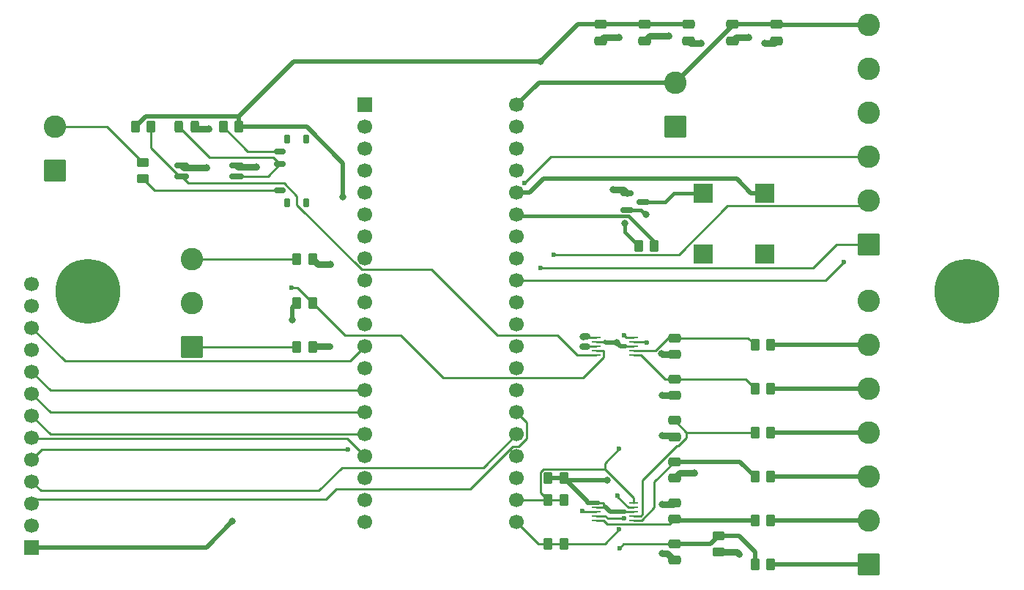
<source format=gbr>
%TF.GenerationSoftware,KiCad,Pcbnew,9.0.7*%
%TF.CreationDate,2026-02-19T13:23:01-05:00*%
%TF.ProjectId,low volt board - NL  S-3C-v2,6c6f7720-766f-46c7-9420-626f61726420,rev?*%
%TF.SameCoordinates,Original*%
%TF.FileFunction,Copper,L1,Top*%
%TF.FilePolarity,Positive*%
%FSLAX46Y46*%
G04 Gerber Fmt 4.6, Leading zero omitted, Abs format (unit mm)*
G04 Created by KiCad (PCBNEW 9.0.7) date 2026-02-19 13:23:01*
%MOMM*%
%LPD*%
G01*
G04 APERTURE LIST*
G04 Aperture macros list*
%AMRoundRect*
0 Rectangle with rounded corners*
0 $1 Rounding radius*
0 $2 $3 $4 $5 $6 $7 $8 $9 X,Y pos of 4 corners*
0 Add a 4 corners polygon primitive as box body*
4,1,4,$2,$3,$4,$5,$6,$7,$8,$9,$2,$3,0*
0 Add four circle primitives for the rounded corners*
1,1,$1+$1,$2,$3*
1,1,$1+$1,$4,$5*
1,1,$1+$1,$6,$7*
1,1,$1+$1,$8,$9*
0 Add four rect primitives between the rounded corners*
20,1,$1+$1,$2,$3,$4,$5,0*
20,1,$1+$1,$4,$5,$6,$7,0*
20,1,$1+$1,$6,$7,$8,$9,0*
20,1,$1+$1,$8,$9,$2,$3,0*%
G04 Aperture macros list end*
%TA.AperFunction,ComponentPad*%
%ADD10RoundRect,0.250000X1.050000X-1.050000X1.050000X1.050000X-1.050000X1.050000X-1.050000X-1.050000X0*%
%TD*%
%TA.AperFunction,ComponentPad*%
%ADD11C,2.600000*%
%TD*%
%TA.AperFunction,SMDPad,CuDef*%
%ADD12RoundRect,0.250000X-0.262500X-0.450000X0.262500X-0.450000X0.262500X0.450000X-0.262500X0.450000X0*%
%TD*%
%TA.AperFunction,ComponentPad*%
%ADD13C,7.500000*%
%TD*%
%TA.AperFunction,SMDPad,CuDef*%
%ADD14R,1.100000X0.250000*%
%TD*%
%TA.AperFunction,SMDPad,CuDef*%
%ADD15RoundRect,0.250000X0.262500X0.450000X-0.262500X0.450000X-0.262500X-0.450000X0.262500X-0.450000X0*%
%TD*%
%TA.AperFunction,SMDPad,CuDef*%
%ADD16RoundRect,0.243750X0.243750X0.456250X-0.243750X0.456250X-0.243750X-0.456250X0.243750X-0.456250X0*%
%TD*%
%TA.AperFunction,SMDPad,CuDef*%
%ADD17RoundRect,0.250000X-0.475000X0.250000X-0.475000X-0.250000X0.475000X-0.250000X0.475000X0.250000X0*%
%TD*%
%TA.AperFunction,SMDPad,CuDef*%
%ADD18RoundRect,0.150000X-0.587500X-0.150000X0.587500X-0.150000X0.587500X0.150000X-0.587500X0.150000X0*%
%TD*%
%TA.AperFunction,SMDPad,CuDef*%
%ADD19RoundRect,0.250000X0.475000X-0.250000X0.475000X0.250000X-0.475000X0.250000X-0.475000X-0.250000X0*%
%TD*%
%TA.AperFunction,SMDPad,CuDef*%
%ADD20RoundRect,0.250000X0.450000X-0.262500X0.450000X0.262500X-0.450000X0.262500X-0.450000X-0.262500X0*%
%TD*%
%TA.AperFunction,SMDPad,CuDef*%
%ADD21RoundRect,0.150000X0.500000X-0.150000X0.500000X0.150000X-0.500000X0.150000X-0.500000X-0.150000X0*%
%TD*%
%TA.AperFunction,SMDPad,CuDef*%
%ADD22RoundRect,0.175000X0.175000X-0.350000X0.175000X0.350000X-0.175000X0.350000X-0.175000X-0.350000X0*%
%TD*%
%TA.AperFunction,SMDPad,CuDef*%
%ADD23RoundRect,0.150000X0.662500X0.150000X-0.662500X0.150000X-0.662500X-0.150000X0.662500X-0.150000X0*%
%TD*%
%TA.AperFunction,SMDPad,CuDef*%
%ADD24RoundRect,0.250000X-0.450000X0.262500X-0.450000X-0.262500X0.450000X-0.262500X0.450000X0.262500X0*%
%TD*%
%TA.AperFunction,ComponentPad*%
%ADD25R,1.700000X1.700000*%
%TD*%
%TA.AperFunction,ComponentPad*%
%ADD26C,1.700000*%
%TD*%
%TA.AperFunction,SMDPad,CuDef*%
%ADD27R,2.300000X2.300000*%
%TD*%
%TA.AperFunction,ViaPad*%
%ADD28C,0.600000*%
%TD*%
%TA.AperFunction,ViaPad*%
%ADD29C,0.800000*%
%TD*%
%TA.AperFunction,Conductor*%
%ADD30C,0.750000*%
%TD*%
%TA.AperFunction,Conductor*%
%ADD31C,0.250000*%
%TD*%
%TA.AperFunction,Conductor*%
%ADD32C,0.400000*%
%TD*%
%TA.AperFunction,Conductor*%
%ADD33C,0.500000*%
%TD*%
%TA.AperFunction,Conductor*%
%ADD34C,0.249800*%
%TD*%
G04 APERTURE END LIST*
D10*
%TO.P,J6,1,GND*%
%TO.N,GND*%
X60960000Y-58420000D03*
D11*
%TO.P,J6,2,IO1*%
%TO.N,/Opto In*%
X60960000Y-53340000D03*
%TD*%
D12*
%TO.P,R2-Throw-A1,1*%
%TO.N,/Rnet1*%
X88895000Y-78830000D03*
%TO.P,R2-Throw-A1,2*%
%TO.N,GND*%
X90720000Y-78830000D03*
%TD*%
D13*
%TO.P,H1,1*%
%TO.N,N/C*%
X64770000Y-72390000D03*
%TD*%
D14*
%TO.P,U1,1,ADDR*%
%TO.N,GND*%
X123500000Y-77726000D03*
%TO.P,U1,2,ALERT/RDY*%
%TO.N,+3.3V*%
X123500000Y-78226000D03*
%TO.P,U1,3,GND*%
%TO.N,GND*%
X123500000Y-78726000D03*
%TO.P,U1,4,AIN0*%
%TO.N,/A1-0*%
X123500000Y-79226000D03*
%TO.P,U1,5,AIN1*%
%TO.N,/A1-1*%
X123500000Y-79726000D03*
%TO.P,U1,6,AIN2*%
%TO.N,/A1-2*%
X127800000Y-79726000D03*
%TO.P,U1,7,AIN3*%
%TO.N,/A1-3*%
X127800000Y-79226000D03*
%TO.P,U1,8,VDD*%
%TO.N,+3.3V*%
X127800000Y-78726000D03*
%TO.P,U1,9,SDA*%
%TO.N,/SDA*%
X127800000Y-78226000D03*
%TO.P,U1,10,SCL*%
%TO.N,/SCL*%
X127800000Y-77726000D03*
%TD*%
D15*
%TO.P,R1-Buzzer1,1*%
%TO.N,/Buzer-IO21*%
X130202500Y-67090000D03*
%TO.P,R1-Buzzer1,2*%
%TO.N,/Buzzer-2*%
X128377500Y-67090000D03*
%TD*%
D12*
%TO.P,R5,1*%
%TO.N,+3.3V*%
X117935000Y-93966000D03*
%TO.P,R5,2*%
X119760000Y-93966000D03*
%TD*%
D16*
%TO.P,D1-Opto1,1,K*%
%TO.N,GND*%
X77137500Y-53340000D03*
%TO.P,D1-Opto1,2,A*%
%TO.N,Net-(D1-Opto1-A)*%
X75262500Y-53340000D03*
%TD*%
D12*
%TO.P,R3-ThrowB1,1*%
%TO.N,/Rnet2*%
X88895000Y-68670000D03*
%TO.P,R3-ThrowB1,2*%
%TO.N,GND*%
X90720000Y-68670000D03*
%TD*%
%TO.P,R18-A1-2,1*%
%TO.N,/A1-2*%
X141860000Y-83656000D03*
%TO.P,R18-A1-2,2*%
%TO.N,/A1-2-E*%
X143685000Y-83656000D03*
%TD*%
D15*
%TO.P,R9-A2-2,1*%
%TO.N,/A2-2-E*%
X143685000Y-93816000D03*
%TO.P,R9-A2-2,2*%
%TO.N,/A2-2*%
X141860000Y-93816000D03*
%TD*%
D10*
%TO.P,J4,1,Throw_A*%
%TO.N,/Rnet1*%
X76750000Y-78830000D03*
D11*
%TO.P,J4,2,Common*%
%TO.N,/A1-0*%
X76750000Y-73750000D03*
%TO.P,J4,3,Throw_B*%
%TO.N,/Rnet2*%
X76750000Y-68670000D03*
%TD*%
D17*
%TO.P,C4-3v1,1*%
%TO.N,+3.3V*%
X129090000Y-41500000D03*
%TO.P,C4-3v1,2*%
%TO.N,GND*%
X129090000Y-43400000D03*
%TD*%
D15*
%TO.P,R8-A2-1,1*%
%TO.N,/A2-1-E*%
X143685000Y-98896000D03*
%TO.P,R8-A2-1,2*%
%TO.N,/A2-1*%
X141860000Y-98896000D03*
%TD*%
D18*
%TO.P,Q1-Buzzer1,1,E*%
%TO.N,GND*%
X127082500Y-61060000D03*
%TO.P,Q1-Buzzer1,2,B*%
%TO.N,/Buzzer-2*%
X127082500Y-62960000D03*
%TO.P,Q1-Buzzer1,3,C*%
%TO.N,/Buzzer-3*%
X128957500Y-62010000D03*
%TD*%
D12*
%TO.P,R7-SDA1,1*%
%TO.N,/SDA*%
X117935000Y-101586000D03*
%TO.P,R7-SDA1,2*%
X119760000Y-101586000D03*
%TD*%
D19*
%TO.P,C2,1*%
%TO.N,GND*%
X132520000Y-93962000D03*
%TO.P,C2,2*%
%TO.N,/A2-2*%
X132520000Y-92062000D03*
%TD*%
D20*
%TO.P,R15-Purple1,1*%
%TO.N,GND*%
X137600000Y-102498500D03*
%TO.P,R15-Purple1,2*%
%TO.N,/A2-0*%
X137600000Y-100673500D03*
%TD*%
D17*
%TO.P,C2-5v1,1*%
%TO.N,+5V*%
X144330000Y-41500000D03*
%TO.P,C2-5v1,2*%
%TO.N,GND*%
X144330000Y-43400000D03*
%TD*%
D10*
%TO.P,J8,1,Pin_1*%
%TO.N,GND*%
X132672500Y-53295000D03*
D11*
%TO.P,J8,2,Pin_2*%
%TO.N,+5V*%
X132672500Y-48215000D03*
%TD*%
D21*
%TO.P,SW1,1,A*%
%TO.N,Net-(SW1-A)*%
X86950000Y-60670000D03*
%TO.P,SW1,2,B*%
%TO.N,Net-(D1-Opto1-A)*%
X86950000Y-57670000D03*
%TO.P,SW1,3,C*%
%TO.N,Net-(SW1-C)*%
X86950000Y-56170000D03*
D22*
%TO.P,SW1,SH*%
%TO.N,N/C*%
X87800000Y-62095000D03*
X90000000Y-62095000D03*
X87800000Y-54745000D03*
X90000000Y-54745000D03*
%TD*%
D19*
%TO.P,C3,1*%
%TO.N,GND*%
X132520000Y-89200000D03*
%TO.P,C3,2*%
%TO.N,/A2-3*%
X132520000Y-87300000D03*
%TD*%
D10*
%TO.P,J5,1,A2-0*%
%TO.N,/A2-0-E*%
X155000000Y-103995000D03*
D11*
%TO.P,J5,2,A2-1*%
%TO.N,/A2-1-E*%
X155000000Y-98915000D03*
%TO.P,J5,3,A2-2*%
%TO.N,/A2-2-E*%
X155000000Y-93835000D03*
%TO.P,J5,4,A2-3*%
%TO.N,/A2-3-E*%
X155000000Y-88755000D03*
%TO.P,J5,5,A1-2*%
%TO.N,/A1-2-E*%
X155000000Y-83675000D03*
%TO.P,J5,6,A1-3*%
%TO.N,/A1-3-E*%
X155000000Y-78595000D03*
%TO.P,J5,7,GND*%
%TO.N,GND*%
X155000000Y-73515000D03*
%TD*%
D19*
%TO.P,C6,1*%
%TO.N,GND*%
X132520000Y-103486000D03*
%TO.P,C6,2*%
%TO.N,/A2-0*%
X132520000Y-101586000D03*
%TD*%
D17*
%TO.P,C5-3v1,1*%
%TO.N,+3.3V*%
X134170000Y-41500000D03*
%TO.P,C5-3v1,2*%
%TO.N,GND*%
X134170000Y-43400000D03*
%TD*%
%TO.P,C3-3v1,1*%
%TO.N,+3.3V*%
X124010000Y-41500000D03*
%TO.P,C3-3v1,2*%
%TO.N,GND*%
X124010000Y-43400000D03*
%TD*%
D23*
%TO.P,U3-Opto1,1*%
%TO.N,Net-(D1-Opto1-A)*%
X81927500Y-59055000D03*
%TO.P,U3-Opto1,2*%
%TO.N,GND*%
X81927500Y-57785000D03*
%TO.P,U3-Opto1,3*%
X75552500Y-57785000D03*
%TO.P,U3-Opto1,4*%
%TO.N,/A1-1*%
X75552500Y-59055000D03*
%TD*%
D24*
%TO.P,R13-Opto-GND1,1*%
%TO.N,/Opto In*%
X71120000Y-57515000D03*
%TO.P,R13-Opto-GND1,2*%
%TO.N,Net-(SW1-A)*%
X71120000Y-59340000D03*
%TD*%
D25*
%TO.P,J1,1,GPIO20_(D_P)*%
%TO.N,unconnected-(J1-GPIO20_(D_P)-Pad1)*%
X96760000Y-50800000D03*
D26*
%TO.P,J1,2,GPIO19_(D_N)*%
%TO.N,unconnected-(J1-GPIO19_(D_N)-Pad2)*%
X96760000Y-53340000D03*
%TO.P,J1,3,GND*%
%TO.N,GND*%
X96760000Y-55880000D03*
%TO.P,J1,4,GPIO48*%
%TO.N,/IO48*%
X96760000Y-58420000D03*
%TO.P,J1,5,GPIO47*%
%TO.N,unconnected-(J1-GPIO47-Pad5)*%
X96760000Y-60960000D03*
%TO.P,J1,6,GPIO46*%
%TO.N,unconnected-(J1-GPIO46-Pad6)*%
X96760000Y-63500000D03*
%TO.P,J1,7,GPIO45*%
%TO.N,unconnected-(J1-GPIO45-Pad7)*%
X96760000Y-66040000D03*
%TO.P,J1,8,GND*%
%TO.N,GND*%
X96760000Y-68580000D03*
%TO.P,J1,9,GPIO42*%
%TO.N,unconnected-(J1-GPIO42-Pad9)*%
X96760000Y-71120000D03*
%TO.P,J1,10,GPIO41*%
%TO.N,+3.3V*%
X96760000Y-73660000D03*
%TO.P,J1,11,GPIO40*%
%TO.N,unconnected-(J1-GPIO40-Pad11)*%
X96760000Y-76200000D03*
%TO.P,J1,12,GPIO39*%
%TO.N,/IO39*%
X96760000Y-78740000D03*
%TO.P,J1,13,GND*%
%TO.N,GND*%
X96760000Y-81280000D03*
%TO.P,J1,14,GPIO38*%
%TO.N,/IO38 (SDO)*%
X96760000Y-83820000D03*
%TO.P,J1,15,GPIO37*%
%TO.N,/IO37*%
X96760000Y-86360000D03*
%TO.P,J1,16,GPIO36*%
%TO.N,/IO36*%
X96760000Y-88900000D03*
%TO.P,J1,17,GPIO35*%
%TO.N,/IO35*%
X96760000Y-91440000D03*
%TO.P,J1,18,GND*%
%TO.N,GND*%
X96760000Y-93980000D03*
%TO.P,J1,19,GPIO34*%
%TO.N,unconnected-(J1-GPIO34-Pad19)*%
X96760000Y-96520000D03*
%TO.P,J1,20,GPIO33*%
%TO.N,unconnected-(J1-GPIO33-Pad20)*%
X96760000Y-99060000D03*
%TO.P,J1,21,GPIO43_(UART0_TX)*%
%TO.N,/SDA*%
X114300000Y-99060000D03*
%TO.P,J1,22,GPIO44_(UART0_RX)*%
%TO.N,/SCL*%
X114300000Y-96520000D03*
%TO.P,J1,23,GND*%
%TO.N,GND*%
X114300000Y-93980000D03*
%TO.P,J1,24,GPIO0*%
%TO.N,unconnected-(J1-GPIO0-Pad24)*%
X114300000Y-91440000D03*
%TO.P,J1,25,GPIO1*%
%TO.N,/IO1*%
X114300000Y-88900000D03*
%TO.P,J1,26,GPIO2*%
%TO.N,/IO2*%
X114300000Y-86360000D03*
%TO.P,J1,27,GPIO3*%
%TO.N,/IO3*%
X114300000Y-83820000D03*
%TO.P,J1,28,GND*%
%TO.N,unconnected-(J1-GND-Pad28)*%
X114300000Y-81280000D03*
%TO.P,J1,29,GPIO15*%
%TO.N,/IO15*%
X114300000Y-78740000D03*
%TO.P,J1,30,CHIP_UP*%
%TO.N,GND*%
X114300000Y-76200000D03*
%TO.P,J1,31,GPIO18*%
%TO.N,/IO18*%
X114300000Y-73660000D03*
%TO.P,J1,32,GPIO16*%
%TO.N,/IO16*%
X114300000Y-71120000D03*
%TO.P,J1,33,GND*%
%TO.N,GND*%
X114300000Y-68580000D03*
%TO.P,J1,34,GPIO17*%
%TO.N,unconnected-(J1-GPIO17-Pad34)*%
X114300000Y-66040000D03*
%TO.P,J1,35,GPIO21*%
%TO.N,/Buzer-IO21*%
X114300000Y-63500000D03*
%TO.P,J1,36,3V3*%
%TO.N,+3.3V*%
X114300000Y-60960000D03*
%TO.P,J1,37,3V3_EN*%
%TO.N,unconnected-(J1-3V3_EN-Pad37)*%
X114300000Y-58420000D03*
%TO.P,J1,38,GND*%
%TO.N,GND*%
X114300000Y-55880000D03*
%TO.P,J1,39,VSYS*%
%TO.N,unconnected-(J1-VSYS-Pad39)*%
X114300000Y-53340000D03*
%TO.P,J1,40,VBUS*%
%TO.N,+5V*%
X114300000Y-50800000D03*
%TD*%
D17*
%TO.P,C1-5v1,1*%
%TO.N,+5V*%
X139250000Y-41500000D03*
%TO.P,C1-5v1,2*%
%TO.N,GND*%
X139250000Y-43400000D03*
%TD*%
D12*
%TO.P,R16-A2-0,1*%
%TO.N,/A2-0*%
X141860000Y-103976000D03*
%TO.P,R16-A2-0,2*%
%TO.N,/A2-0-E*%
X143685000Y-103976000D03*
%TD*%
%TO.P,R10-A2-3,1*%
%TO.N,/A2-3*%
X141860000Y-88736000D03*
%TO.P,R10-A2-3,2*%
%TO.N,/A2-3-E*%
X143685000Y-88736000D03*
%TD*%
D10*
%TO.P,J3,1,IN4*%
%TO.N,/IO3*%
X155000000Y-67000000D03*
D11*
%TO.P,J3,2,IN3*%
%TO.N,/IO15*%
X155000000Y-61920000D03*
%TO.P,J3,3,IN2*%
%TO.N,/IO18*%
X155000000Y-56840000D03*
%TO.P,J3,4,IN1*%
%TO.N,/IO16*%
X155000000Y-51760000D03*
%TO.P,J3,5,GND*%
%TO.N,GND*%
X155000000Y-46680000D03*
%TO.P,J3,6,5v*%
%TO.N,+5V*%
X155000000Y-41600000D03*
%TD*%
D27*
%TO.P,LS1-Buzzer1,1,DUMMY_PAD_1*%
%TO.N,unconnected-(LS1-Buzzer1-DUMMY_PAD_1-Pad1)*%
X143000000Y-68100000D03*
%TO.P,LS1-Buzzer1,2,+LEAD*%
%TO.N,+3.3V*%
X143000000Y-61000000D03*
%TO.P,LS1-Buzzer1,3,-LEAD*%
%TO.N,/Buzzer-3*%
X135900000Y-61000000D03*
%TO.P,LS1-Buzzer1,4,DUMMY_PAD_2*%
%TO.N,unconnected-(LS1-Buzzer1-DUMMY_PAD_2-Pad4)*%
X135900000Y-68100000D03*
%TD*%
D12*
%TO.P,R6-SCL1,1*%
%TO.N,/SCL*%
X117935000Y-96506000D03*
%TO.P,R6-SCL1,2*%
X119760000Y-96506000D03*
%TD*%
%TO.P,R12-Opto-PullUp1,1*%
%TO.N,+3.3V*%
X70207500Y-53340000D03*
%TO.P,R12-Opto-PullUp1,2*%
%TO.N,/A1-1*%
X72032500Y-53340000D03*
%TD*%
D19*
%TO.P,C4,1*%
%TO.N,GND*%
X132520000Y-84438000D03*
%TO.P,C4,2*%
%TO.N,/A1-2*%
X132520000Y-82538000D03*
%TD*%
D25*
%TO.P,J2,1,VCC*%
%TO.N,+3.3V*%
X58250000Y-101985000D03*
D26*
%TO.P,J2,2,GND*%
%TO.N,GND*%
X58250000Y-99445000D03*
%TO.P,J2,3,CS*%
%TO.N,/IO2*%
X58250000Y-96905000D03*
%TO.P,J2,4,RESET*%
%TO.N,/IO1*%
X58250000Y-94365000D03*
%TO.P,J2,5,DC*%
%TO.N,/IO48*%
X58250000Y-91825000D03*
%TO.P,J2,6,SDI(MOSI)*%
%TO.N,/IO35*%
X58250000Y-89285000D03*
%TO.P,J2,7,SCK*%
%TO.N,/IO36*%
X58250000Y-86745000D03*
%TO.P,J2,8,LED*%
%TO.N,/IO37*%
X58250000Y-84205000D03*
%TO.P,J2,9,SDO(MISO)*%
%TO.N,/IO38 (SDO)*%
X58250000Y-81665000D03*
%TO.P,J2,10,T_CLK*%
%TO.N,/IO36*%
X58250000Y-79125000D03*
%TO.P,J2,11,T_CS*%
%TO.N,/IO39*%
X58250000Y-76585000D03*
%TO.P,J2,12,T_DIN*%
%TO.N,/IO35*%
X58250000Y-74045000D03*
%TO.P,J2,13,T_DO*%
%TO.N,/IO38 (SDO)*%
X58250000Y-71505000D03*
%TD*%
D13*
%TO.P,H2,1*%
%TO.N,N/C*%
X166370000Y-72390000D03*
%TD*%
D19*
%TO.P,C5,1*%
%TO.N,GND*%
X132520000Y-79676000D03*
%TO.P,C5,2*%
%TO.N,/A1-3*%
X132520000Y-77776000D03*
%TD*%
D15*
%TO.P,R11-Opto-In1,1*%
%TO.N,+3.3V*%
X82192500Y-53340000D03*
%TO.P,R11-Opto-In1,2*%
%TO.N,Net-(SW1-C)*%
X80367500Y-53340000D03*
%TD*%
D14*
%TO.P,U2,1,ADDR*%
%TO.N,+3.3V*%
X123500000Y-96879700D03*
%TO.P,U2,2,ALERT/RDY*%
X123500000Y-97379700D03*
%TO.P,U2,3,GND*%
%TO.N,GND*%
X123500000Y-97879700D03*
%TO.P,U2,4,AIN0*%
%TO.N,/A2-0*%
X123500000Y-98379700D03*
%TO.P,U2,5,AIN1*%
%TO.N,/A2-1*%
X123500000Y-98879700D03*
%TO.P,U2,6,AIN2*%
%TO.N,/A2-2*%
X127800000Y-98879700D03*
%TO.P,U2,7,AIN3*%
%TO.N,/A2-3*%
X127800000Y-98379700D03*
%TO.P,U2,8,VDD*%
%TO.N,+3.3V*%
X127800000Y-97879700D03*
%TO.P,U2,9,SDA*%
%TO.N,/SDA*%
X127800000Y-97379700D03*
%TO.P,U2,10,SCL*%
%TO.N,/SCL*%
X127800000Y-96879700D03*
%TD*%
D12*
%TO.P,R17-A1-3,1*%
%TO.N,/A1-3*%
X141860000Y-78576000D03*
%TO.P,R17-A1-3,2*%
%TO.N,/A1-3-E*%
X143685000Y-78576000D03*
%TD*%
D17*
%TO.P,C1,1*%
%TO.N,GND*%
X132520000Y-96824000D03*
%TO.P,C1,2*%
%TO.N,/A2-1*%
X132520000Y-98724000D03*
%TD*%
D15*
%TO.P,R4-Common1,1*%
%TO.N,/A1-0*%
X90720000Y-73750000D03*
%TO.P,R4-Common1,2*%
%TO.N,+3.3V*%
X88895000Y-73750000D03*
%TD*%
D28*
%TO.N,/IO15*%
X118562000Y-68126300D03*
%TO.N,GND*%
X92710000Y-78740000D03*
D29*
%TO.N,/Buzzer-2*%
X129245000Y-63528300D03*
X126813000Y-64466100D03*
D28*
%TO.N,/A1-0*%
X88286400Y-71980900D03*
%TO.N,/SDA*%
X129339000Y-78335600D03*
X126147000Y-99932400D03*
X125992000Y-95971900D03*
%TO.N,/SCL*%
X126700000Y-77458600D03*
X126145000Y-90612100D03*
%TO.N,/A2-0*%
X126179000Y-102082000D03*
X126683000Y-98643100D03*
%TO.N,/IO16*%
X152129000Y-68983200D03*
%TO.N,/IO3*%
X117054000Y-69709000D03*
%TO.N,/IO18*%
X115173000Y-59876700D03*
%TO.N,/IO48*%
X94799400Y-90627800D03*
D29*
%TO.N,+3.3V*%
X124781000Y-94241600D03*
X94236100Y-61492300D03*
X125862000Y-78298800D03*
X117054000Y-45800400D03*
X88383100Y-75636300D03*
X81437000Y-98979600D03*
%TO.N,GND*%
X142944000Y-43684700D03*
X131070000Y-79563500D03*
X78740000Y-53540100D03*
D28*
X121920000Y-97790000D03*
D29*
X121950000Y-77636300D03*
X141130000Y-42974100D03*
X125409000Y-60572400D03*
X131102000Y-89096500D03*
X126089000Y-43036600D03*
X134863000Y-93367500D03*
X84180500Y-57956200D03*
X139991000Y-102735000D03*
X135621000Y-43684700D03*
X131102000Y-102676000D03*
X78468900Y-58038800D03*
X131895000Y-42846000D03*
X131102000Y-96986300D03*
X131102000Y-84361900D03*
D28*
X121920000Y-78740000D03*
D29*
X92751600Y-69281500D03*
%TD*%
D30*
%TO.N,GND*%
X90780000Y-78830000D02*
X90800000Y-78850000D01*
X90720000Y-78830000D02*
X90780000Y-78830000D01*
X90910000Y-78740000D02*
X92710000Y-78740000D01*
X90800000Y-78850000D02*
X90910000Y-78740000D01*
D31*
%TO.N,/Rnet1*%
X88895000Y-78830000D02*
X76750000Y-78830000D01*
%TO.N,/Rnet2*%
X88870000Y-68670000D02*
X88800000Y-68600000D01*
X88895000Y-68670000D02*
X88870000Y-68670000D01*
X88800000Y-68600000D02*
X88730000Y-68670000D01*
X88730000Y-68670000D02*
X76750000Y-68670000D01*
D32*
%TO.N,/Buzzer-2*%
X128378000Y-67089900D02*
X128378000Y-67090000D01*
X126813000Y-65525900D02*
X127682000Y-66394800D01*
X126813000Y-64466100D02*
X126813000Y-65525900D01*
X127682000Y-66394800D02*
X128378000Y-67089900D01*
X128378000Y-67089900D02*
X128378000Y-67090000D01*
X128378000Y-67090000D02*
X127682000Y-66394800D01*
X128377500Y-67090000D02*
X128378000Y-67090000D01*
X127082500Y-62960000D02*
X127082000Y-62960000D01*
X129245000Y-63528300D02*
X128676000Y-62960000D01*
X128676000Y-62960000D02*
X127082500Y-62960000D01*
%TO.N,/Buzzer-3*%
X132497000Y-61000000D02*
X135900000Y-61000000D01*
X131487000Y-62010000D02*
X132497000Y-61000000D01*
X128958000Y-62010000D02*
X131487000Y-62010000D01*
X128957500Y-62010000D02*
X128958000Y-62010000D01*
%TO.N,/Buzer-IO21*%
X130202000Y-66907200D02*
X130202000Y-66815300D01*
X130202000Y-66998700D02*
X130202000Y-66907000D01*
X130202000Y-66905700D02*
X130202000Y-66815300D01*
X114464000Y-63663800D02*
X114300000Y-63500000D01*
X127229000Y-63663800D02*
X114464000Y-63663800D01*
X130202000Y-66636600D02*
X127229000Y-63663800D01*
X130202000Y-66815300D02*
X130202000Y-66636600D01*
X130202200Y-67089700D02*
X130202500Y-67090000D01*
X130202000Y-67089700D02*
X130202200Y-67089700D01*
X130202000Y-66998700D02*
X130202000Y-67089700D01*
X130202000Y-67089700D02*
X130202000Y-66998700D01*
D31*
%TO.N,/A1-0*%
X94440000Y-77470000D02*
X90720000Y-73750000D01*
X100895000Y-77470000D02*
X94440000Y-77470000D01*
X105834000Y-82408300D02*
X100895000Y-77470000D01*
X121936000Y-82408300D02*
X105834000Y-82408300D01*
X124327000Y-80017700D02*
X121936000Y-82408300D01*
X124327000Y-79226000D02*
X124327000Y-80017700D01*
X123500000Y-79226000D02*
X124327000Y-79226000D01*
X88950900Y-71980900D02*
X90720000Y-73750000D01*
X88286400Y-71980900D02*
X88950900Y-71980900D01*
D33*
%TO.N,/A1-3-E*%
X143704000Y-78595000D02*
X143685000Y-78576000D01*
X155000000Y-78595000D02*
X143704000Y-78595000D01*
D31*
%TO.N,Net-(SW1-A)*%
X72450000Y-60670000D02*
X71120000Y-59340000D01*
X86950000Y-60670000D02*
X72450000Y-60670000D01*
%TO.N,/A1-1*%
X121264000Y-79726000D02*
X123500000Y-79726000D01*
X119008000Y-77470000D02*
X121264000Y-79726000D01*
X112042000Y-77470000D02*
X119008000Y-77470000D01*
X104422000Y-69850000D02*
X112042000Y-77470000D01*
X96367300Y-69850000D02*
X104422000Y-69850000D01*
X88900000Y-62382700D02*
X96367300Y-69850000D01*
X88900000Y-61343800D02*
X88900000Y-62382700D01*
X87418700Y-59862500D02*
X88900000Y-61343800D01*
X76360000Y-59862500D02*
X87418700Y-59862500D01*
X75552500Y-59055000D02*
X76360000Y-59862500D01*
X75311900Y-59055000D02*
X75552500Y-59055000D01*
X72032500Y-55775600D02*
X75311900Y-59055000D01*
X72032500Y-53340000D02*
X72032500Y-55775600D01*
%TO.N,Net-(SW1-C)*%
X83197500Y-56170000D02*
X86950000Y-56170000D01*
X80367500Y-53340000D02*
X83197500Y-56170000D01*
%TO.N,/SDA*%
X116826000Y-101586000D02*
X114300000Y-99060000D01*
X117935000Y-101586000D02*
X116826000Y-101586000D01*
X117935000Y-101586000D02*
X119760000Y-101586000D01*
X129230000Y-78226000D02*
X129339000Y-78335600D01*
X127800000Y-78226000D02*
X129230000Y-78226000D01*
X124494000Y-101586000D02*
X126147000Y-99932400D01*
X119760000Y-101586000D02*
X124494000Y-101586000D01*
X127184000Y-97379700D02*
X127800000Y-97379700D01*
X125992000Y-96187900D02*
X127184000Y-97379700D01*
X125992000Y-95971900D02*
X125992000Y-96187900D01*
%TO.N,/Opto In*%
X66945000Y-53340000D02*
X71120000Y-57515000D01*
X60960000Y-53340000D02*
X66945000Y-53340000D01*
D33*
%TO.N,/A2-0-E*%
X154981000Y-103976000D02*
X155000000Y-103995000D01*
X143685000Y-103976000D02*
X154981000Y-103976000D01*
%TO.N,/A1-2-E*%
X154981000Y-83656000D02*
X155000000Y-83675000D01*
X143685000Y-83656000D02*
X154981000Y-83656000D01*
D31*
%TO.N,/A2-2-E*%
X143685000Y-93816000D02*
X143685000Y-93603700D01*
D33*
X143704000Y-93835000D02*
X143685000Y-93816000D01*
X155000000Y-93835000D02*
X143704000Y-93835000D01*
D31*
%TO.N,/A2-1-E*%
X143685000Y-98755800D02*
X143685000Y-98896000D01*
D33*
X143704000Y-98915000D02*
X143685000Y-98896000D01*
X155000000Y-98915000D02*
X143704000Y-98915000D01*
%TO.N,/A2-3-E*%
X154981000Y-88736000D02*
X155000000Y-88755000D01*
X143685000Y-88736000D02*
X154981000Y-88736000D01*
D31*
%TO.N,/SCL*%
X117066000Y-95637300D02*
X117935000Y-96506000D01*
X117066000Y-93297400D02*
X117066000Y-95637300D01*
X117443000Y-92920900D02*
X117066000Y-93297400D01*
X124488000Y-92920900D02*
X117443000Y-92920900D01*
X119760000Y-96506000D02*
X117935000Y-96506000D01*
X127800000Y-96233100D02*
X124488000Y-92920900D01*
X127800000Y-96879700D02*
X127800000Y-96233100D01*
X117921000Y-96520000D02*
X117935000Y-96506000D01*
X114300000Y-96520000D02*
X117921000Y-96520000D01*
X126973000Y-77726000D02*
X127800000Y-77726000D01*
X126706000Y-77458600D02*
X126973000Y-77726000D01*
X126700000Y-77458600D02*
X126706000Y-77458600D01*
X124488000Y-92269200D02*
X126145000Y-90612100D01*
X124488000Y-92920900D02*
X124488000Y-92269200D01*
%TO.N,Net-(D1-Opto1-A)*%
X78779900Y-56857400D02*
X75262500Y-53340000D01*
X86137400Y-56857400D02*
X78779900Y-56857400D01*
X86950000Y-57670000D02*
X86137400Y-56857400D01*
X85565000Y-59055000D02*
X81927500Y-59055000D01*
X86950000Y-57670000D02*
X85565000Y-59055000D01*
%TO.N,/A2-0*%
X126675000Y-101586000D02*
X126179000Y-102082000D01*
X132520000Y-101586000D02*
X126675000Y-101586000D01*
D33*
X136688000Y-101586000D02*
X132520000Y-101586000D01*
X137600000Y-100674000D02*
X136688000Y-101586000D01*
D31*
X124820000Y-98643100D02*
X126683000Y-98643100D01*
X124557000Y-98379700D02*
X124820000Y-98643100D01*
X123500000Y-98379700D02*
X124557000Y-98379700D01*
D33*
X139974000Y-100674000D02*
X137600000Y-100674000D01*
X141860000Y-102560000D02*
X139974000Y-100674000D01*
X141860000Y-103976000D02*
X141860000Y-102560000D01*
D31*
X137600000Y-100673500D02*
X137600000Y-100674000D01*
%TO.N,/A1-3*%
X131830000Y-77776000D02*
X132520000Y-77776000D01*
X130380000Y-79226000D02*
X131830000Y-77776000D01*
X127800000Y-79226000D02*
X130380000Y-79226000D01*
X141060000Y-77776000D02*
X141860000Y-78576000D01*
X132520000Y-77776000D02*
X141060000Y-77776000D01*
%TO.N,/A1-2*%
X140742000Y-82538000D02*
X132520000Y-82538000D01*
X141860000Y-83656000D02*
X140742000Y-82538000D01*
X131439000Y-82538000D02*
X132520000Y-82538000D01*
X128627000Y-79726000D02*
X131439000Y-82538000D01*
X127800000Y-79726000D02*
X128627000Y-79726000D01*
%TO.N,/A2-3*%
X141860000Y-88736000D02*
X133956000Y-88736000D01*
X128627000Y-98379700D02*
X127800000Y-98379700D01*
X128865000Y-98141800D02*
X128627000Y-98379700D01*
X128865000Y-94206300D02*
X128865000Y-98141800D01*
X132810000Y-90261100D02*
X128865000Y-94206300D01*
X133002000Y-90261100D02*
X132810000Y-90261100D01*
X133956000Y-89306900D02*
X133002000Y-90261100D01*
X133956000Y-88736000D02*
X133956000Y-89306900D01*
X133956000Y-88736000D02*
X132520000Y-87300000D01*
%TO.N,/A2-2*%
X130214000Y-94367700D02*
X132520000Y-92062000D01*
X130214000Y-97390300D02*
X130214000Y-94367700D01*
X128725000Y-98879700D02*
X130214000Y-97390300D01*
X127800000Y-98879700D02*
X128725000Y-98879700D01*
D33*
X140106000Y-92062000D02*
X132520000Y-92062000D01*
X141860000Y-93816000D02*
X140106000Y-92062000D01*
X141860000Y-94173500D02*
X141860000Y-93816000D01*
D31*
%TO.N,/A2-1*%
X131962000Y-99281500D02*
X132520000Y-98724000D01*
X124728000Y-99281500D02*
X131962000Y-99281500D01*
X124327000Y-98879700D02*
X124728000Y-99281500D01*
X123500000Y-98879700D02*
X124327000Y-98879700D01*
D33*
X141860000Y-99253500D02*
X141860000Y-98896000D01*
X132692000Y-98896000D02*
X132520000Y-98724000D01*
X141860000Y-98896000D02*
X132692000Y-98896000D01*
D31*
%TO.N,/Rnet1*%
X76750000Y-78830000D02*
X77824800Y-79904800D01*
%TO.N,/IO16*%
X149992000Y-71120000D02*
X114300000Y-71120000D01*
X152129000Y-68983200D02*
X149992000Y-71120000D01*
%TO.N,/IO3*%
X148525000Y-69709000D02*
X117054000Y-69709000D01*
X151234000Y-67000000D02*
X148525000Y-69709000D01*
X155000000Y-67000000D02*
X151234000Y-67000000D01*
%TO.N,/IO18*%
X118210000Y-56840000D02*
X155000000Y-56840000D01*
X115173000Y-59876700D02*
X118210000Y-56840000D01*
%TO.N,/IO15*%
X133041000Y-68126300D02*
X118562000Y-68126300D01*
X138690000Y-62476700D02*
X133041000Y-68126300D01*
X154443000Y-62476700D02*
X138690000Y-62476700D01*
X155000000Y-61920000D02*
X154443000Y-62476700D01*
%TO.N,/IO48*%
X59447200Y-90627800D02*
X58250000Y-91825000D01*
X94799400Y-90627800D02*
X59447200Y-90627800D01*
%TO.N,/IO36*%
X60405000Y-88900000D02*
X58250000Y-86745000D01*
X96760000Y-88900000D02*
X60405000Y-88900000D01*
%TO.N,/IO37*%
X60405000Y-86360000D02*
X58250000Y-84205000D01*
X96760000Y-86360000D02*
X60405000Y-86360000D01*
%TO.N,/IO35*%
X94680300Y-89360300D02*
X96760000Y-91440000D01*
X58325300Y-89360300D02*
X94680300Y-89360300D01*
X58250000Y-89285000D02*
X58325300Y-89360300D01*
%TO.N,/IO39*%
X95051900Y-80448100D02*
X96760000Y-78740000D01*
X62113100Y-80448100D02*
X95051900Y-80448100D01*
X58250000Y-76585000D02*
X62113100Y-80448100D01*
%TO.N,/IO2*%
X58715000Y-96440000D02*
X58250000Y-96905000D01*
X92220400Y-96440000D02*
X58715000Y-96440000D01*
X93445400Y-95215000D02*
X92220400Y-96440000D01*
X108912000Y-95215000D02*
X93445400Y-95215000D01*
X113814000Y-90313300D02*
X108912000Y-95215000D01*
X114537000Y-90313300D02*
X113814000Y-90313300D01*
X115456000Y-89394400D02*
X114537000Y-90313300D01*
X115456000Y-87515800D02*
X115456000Y-89394400D01*
X114300000Y-86360000D02*
X115456000Y-87515800D01*
%TO.N,/IO1*%
X59325000Y-95440000D02*
X58250000Y-94365000D01*
X91449500Y-95440000D02*
X59325000Y-95440000D01*
X94124600Y-92764900D02*
X91449500Y-95440000D01*
X110435000Y-92764900D02*
X94124600Y-92764900D01*
X114300000Y-88900000D02*
X110435000Y-92764900D01*
%TO.N,/IO38 (SDO)*%
X60405000Y-83820000D02*
X58250000Y-81665000D01*
X96760000Y-83820000D02*
X60405000Y-83820000D01*
D33*
%TO.N,+3.3V*%
X123719000Y-96879700D02*
X123500000Y-96879700D01*
D34*
X126798000Y-97879700D02*
X127800000Y-97879700D01*
D33*
X125077000Y-97879700D02*
X124502000Y-97304500D01*
X126798000Y-97879700D02*
X125077000Y-97879700D01*
X126289000Y-78726000D02*
X125862000Y-78298800D01*
X126920000Y-78726000D02*
X126289000Y-78726000D01*
D34*
X124502000Y-97304500D02*
X124452000Y-97304500D01*
X124377000Y-97379700D02*
X124452000Y-97304500D01*
X123500000Y-97379700D02*
X124377000Y-97379700D01*
D33*
X119760000Y-93966000D02*
X117935000Y-93966000D01*
X82192500Y-53340000D02*
X82192500Y-52140300D01*
X88383100Y-74261900D02*
X88383100Y-75636300D01*
X88895000Y-73750000D02*
X88383100Y-74261900D01*
X71407200Y-52140300D02*
X70207500Y-53340000D01*
X82192500Y-52140300D02*
X71407200Y-52140300D01*
X88532400Y-45800400D02*
X117054000Y-45800400D01*
X82192500Y-52140300D02*
X88532400Y-45800400D01*
X122498000Y-96704300D02*
X119760000Y-93966000D01*
X122498000Y-96879700D02*
X122498000Y-96704300D01*
X123500000Y-96879700D02*
X122498000Y-96879700D01*
D34*
X124502000Y-78226000D02*
X123500000Y-78226000D01*
X124377000Y-97229300D02*
X124452000Y-97304500D01*
X124377000Y-96879700D02*
X124377000Y-97229300D01*
X123719000Y-96879700D02*
X124377000Y-96879700D01*
D33*
X124010000Y-41500000D02*
X129090000Y-41500000D01*
X120036000Y-94241600D02*
X124781000Y-94241600D01*
X119760000Y-93966000D02*
X120036000Y-94241600D01*
D34*
X126920000Y-78726000D02*
X127800000Y-78726000D01*
D33*
X121355000Y-41500000D02*
X124010000Y-41500000D01*
X94236100Y-57519600D02*
X94236100Y-61492300D01*
X90056500Y-53340000D02*
X94236100Y-57519600D01*
X82192500Y-53340000D02*
X90056500Y-53340000D01*
X124575000Y-78298800D02*
X124502000Y-78226000D01*
X125862000Y-78298800D02*
X124575000Y-78298800D01*
X134170000Y-41500000D02*
X129090000Y-41500000D01*
X78431600Y-101985000D02*
X58250000Y-101985000D01*
X81437000Y-98979600D02*
X78431600Y-101985000D01*
X141398000Y-61000000D02*
X143000000Y-61000000D01*
X139758000Y-59360000D02*
X141398000Y-61000000D01*
X117363000Y-59360000D02*
X139758000Y-59360000D01*
X115763000Y-60960000D02*
X117363000Y-59360000D01*
X114300000Y-60960000D02*
X115763000Y-60960000D01*
%TO.N,+5V*%
X144330000Y-41500000D02*
X139250000Y-41500000D01*
D31*
X139250000Y-41500000D02*
X139250000Y-41637500D01*
D33*
X144430000Y-41600000D02*
X144330000Y-41500000D01*
X155000000Y-41600000D02*
X144430000Y-41600000D01*
X132672500Y-48215000D02*
X132672000Y-48215000D01*
X139250000Y-41637500D02*
X132672000Y-48215000D01*
X116885000Y-48215000D02*
X114300000Y-50800000D01*
X132672000Y-48215000D02*
X116885000Y-48215000D01*
D31*
%TO.N,GND*%
X90720000Y-68670000D02*
X90720000Y-68351500D01*
D30*
X132358000Y-96986300D02*
X132520000Y-96824000D01*
X131102000Y-96986300D02*
X132358000Y-96986300D01*
X133114000Y-93367500D02*
X132520000Y-93962000D01*
X134863000Y-93367500D02*
X133114000Y-93367500D01*
X131710000Y-102676000D02*
X132520000Y-103486000D01*
X131102000Y-102676000D02*
X131710000Y-102676000D01*
X138674000Y-102498000D02*
X138137000Y-102498000D01*
X122061000Y-77525800D02*
X122373000Y-77525800D01*
X121950000Y-77636300D02*
X122061000Y-77525800D01*
X129644000Y-42846000D02*
X129090000Y-43400000D01*
X131895000Y-42846000D02*
X129644000Y-42846000D01*
X131182000Y-79676000D02*
X132520000Y-79676000D01*
X131070000Y-79563500D02*
X131182000Y-79676000D01*
X139676000Y-42974100D02*
X139250000Y-43400000D01*
X141130000Y-42974100D02*
X139676000Y-42974100D01*
X132444000Y-84361900D02*
X132520000Y-84438000D01*
X131102000Y-84361900D02*
X132444000Y-84361900D01*
X82098700Y-57956200D02*
X81927500Y-57785000D01*
X84180500Y-57956200D02*
X82098700Y-57956200D01*
X134455000Y-43684700D02*
X134170000Y-43400000D01*
X135621000Y-43684700D02*
X134455000Y-43684700D01*
D31*
X122374000Y-78726000D02*
X123500000Y-78726000D01*
D30*
X126839000Y-60816200D02*
X127082000Y-61060000D01*
X126838000Y-60816200D02*
X126839000Y-60816200D01*
X144045000Y-43684700D02*
X144330000Y-43400000D01*
X142944000Y-43684700D02*
X144045000Y-43684700D01*
X139748000Y-102498000D02*
X138674000Y-102498000D01*
X139991000Y-102741000D02*
X139748000Y-102498000D01*
X139991000Y-102735000D02*
X139991000Y-102741000D01*
D31*
X122010000Y-97879700D02*
X123500000Y-97879700D01*
X121920000Y-97790000D02*
X122010000Y-97879700D01*
D30*
X75806300Y-58038800D02*
X75552500Y-57785000D01*
X78468900Y-58038800D02*
X75806300Y-58038800D01*
X124373000Y-43036600D02*
X124010000Y-43400000D01*
X126089000Y-43036600D02*
X124373000Y-43036600D01*
X77337600Y-53540100D02*
X77137500Y-53340000D01*
X78740000Y-53540100D02*
X77337600Y-53540100D01*
X132416000Y-89096500D02*
X132520000Y-89200000D01*
X131102000Y-89096500D02*
X132416000Y-89096500D01*
X138674000Y-102498000D02*
X138137000Y-102498000D01*
X122374000Y-78740000D02*
X122374000Y-78726000D01*
X121920000Y-78740000D02*
X122374000Y-78740000D01*
X126595000Y-60572400D02*
X126838000Y-60816200D01*
X125409000Y-60572400D02*
X126595000Y-60572400D01*
D34*
X122623000Y-77726000D02*
X123500000Y-77726000D01*
X122423000Y-77525800D02*
X122623000Y-77726000D01*
X122373000Y-77525800D02*
X122423000Y-77525800D01*
D30*
X126961000Y-60938100D02*
X127082000Y-61060000D01*
X126960000Y-60938100D02*
X126961000Y-60938100D01*
X126961000Y-60938100D02*
X127082000Y-61060000D01*
X126960000Y-60938100D02*
X126961000Y-60938100D01*
X137600500Y-102498000D02*
X137600000Y-102498500D01*
X137734000Y-102498000D02*
X137600500Y-102498000D01*
X138137000Y-102498000D02*
X137734000Y-102498000D01*
X137734000Y-102498000D02*
X137600000Y-102498000D01*
X91331500Y-69281500D02*
X90720000Y-68670000D01*
X92751600Y-69281500D02*
X91331500Y-69281500D01*
X126960600Y-60938100D02*
X127082500Y-61060000D01*
X126960000Y-60938100D02*
X126960600Y-60938100D01*
X126838000Y-60816200D02*
X126960000Y-60938100D01*
X126960000Y-60938100D02*
X127082000Y-61060000D01*
D33*
%TO.N,+3.3V*%
X117054000Y-45800400D02*
X121355000Y-41500000D01*
%TD*%
M02*

</source>
